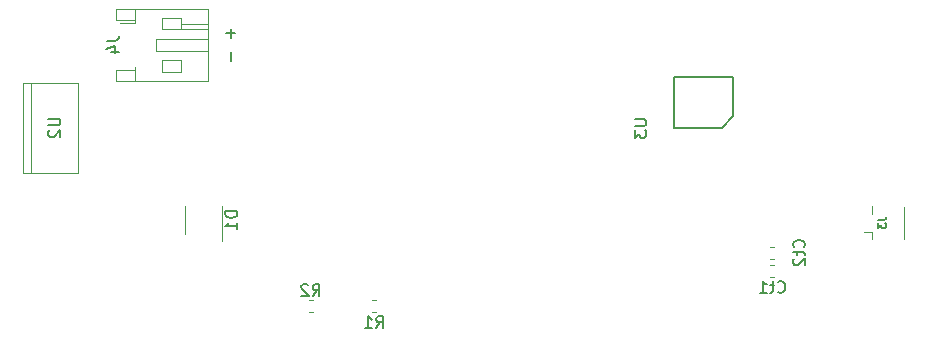
<source format=gbo>
G04 #@! TF.GenerationSoftware,KiCad,Pcbnew,6.0.0-unknown-da645c5~86~ubuntu18.04.1*
G04 #@! TF.CreationDate,2019-07-12T17:15:13-04:00*
G04 #@! TF.ProjectId,Femtosat,46656d74-6f73-4617-942e-6b696361645f,rev?*
G04 #@! TF.SameCoordinates,Original*
G04 #@! TF.FileFunction,Legend,Bot*
G04 #@! TF.FilePolarity,Positive*
%FSLAX46Y46*%
G04 Gerber Fmt 4.6, Leading zero omitted, Abs format (unit mm)*
G04 Created by KiCad (PCBNEW 6.0.0-unknown-da645c5~86~ubuntu18.04.1) date 2019-07-12 17:15:13*
%MOMM*%
%LPD*%
G04 APERTURE LIST*
%ADD10C,0.150000*%
%ADD11C,0.120000*%
G04 APERTURE END LIST*
D10*
X102271428Y-44419047D02*
X102271428Y-45180952D01*
X102271428Y-42419047D02*
X102271428Y-43180952D01*
X102652380Y-42800000D02*
X101890476Y-42800000D01*
D11*
X159285000Y-60200000D02*
X159285000Y-57500000D01*
X156565000Y-59610000D02*
X155935000Y-59610000D01*
X156565000Y-57450000D02*
X156565000Y-58090000D01*
X156565000Y-60250000D02*
X156565000Y-59610000D01*
X101550000Y-57450000D02*
X101550000Y-60400000D01*
X98450000Y-59850000D02*
X98450000Y-57450000D01*
X109221267Y-66460000D02*
X108878733Y-66460000D01*
X109221267Y-65440000D02*
X108878733Y-65440000D01*
X114278733Y-65390000D02*
X114621267Y-65390000D01*
X114278733Y-66410000D02*
X114621267Y-66410000D01*
D10*
X139850000Y-46550000D02*
X139850000Y-50850000D01*
X144850000Y-46550000D02*
X139830480Y-46550000D01*
X144850000Y-49850000D02*
X144850000Y-46550000D01*
X139850000Y-50850000D02*
X143850000Y-50850000D01*
X144850000Y-49850000D02*
X143850000Y-50850000D01*
D11*
X89380000Y-54610000D02*
X89380000Y-46990000D01*
X89380000Y-46990000D02*
X84680000Y-46990000D01*
X84680000Y-46990000D02*
X84680000Y-54610000D01*
X84680000Y-54610000D02*
X89380000Y-54610000D01*
X85380000Y-46990000D02*
X85380000Y-54610000D01*
X94140000Y-41940000D02*
X94140000Y-41660000D01*
X94140000Y-41660000D02*
X92540000Y-41660000D01*
X92540000Y-41660000D02*
X92540000Y-40740000D01*
X92540000Y-40740000D02*
X100360000Y-40740000D01*
X100360000Y-40740000D02*
X100360000Y-46860000D01*
X100360000Y-46860000D02*
X92540000Y-46860000D01*
X92540000Y-46860000D02*
X92540000Y-45940000D01*
X92540000Y-45940000D02*
X94140000Y-45940000D01*
X94140000Y-45940000D02*
X94140000Y-45660000D01*
X100360000Y-43300000D02*
X96000000Y-43300000D01*
X96000000Y-43300000D02*
X96000000Y-44300000D01*
X96000000Y-44300000D02*
X100360000Y-44300000D01*
X94140000Y-40740000D02*
X94140000Y-41660000D01*
X94140000Y-46860000D02*
X94140000Y-45940000D01*
X96500000Y-41500000D02*
X98100000Y-41500000D01*
X98100000Y-41500000D02*
X98100000Y-42500000D01*
X98100000Y-42500000D02*
X96500000Y-42500000D01*
X96500000Y-42500000D02*
X96500000Y-41500000D01*
X96500000Y-46100000D02*
X98100000Y-46100000D01*
X98100000Y-46100000D02*
X98100000Y-45100000D01*
X98100000Y-45100000D02*
X96500000Y-45100000D01*
X96500000Y-45100000D02*
X96500000Y-46100000D01*
X98100000Y-42500000D02*
X100360000Y-42500000D01*
X98100000Y-42000000D02*
X100360000Y-42000000D01*
X94140000Y-41940000D02*
X92925000Y-41940000D01*
X148321267Y-60890000D02*
X147978733Y-60890000D01*
X148321267Y-61910000D02*
X147978733Y-61910000D01*
X148321267Y-62440000D02*
X147978733Y-62440000D01*
X148321267Y-63460000D02*
X147978733Y-63460000D01*
D10*
X157066666Y-58616666D02*
X157566666Y-58616666D01*
X157666666Y-58583333D01*
X157733333Y-58516666D01*
X157766666Y-58416666D01*
X157766666Y-58350000D01*
X157066666Y-58883333D02*
X157066666Y-59316666D01*
X157333333Y-59083333D01*
X157333333Y-59183333D01*
X157366666Y-59250000D01*
X157400000Y-59283333D01*
X157466666Y-59316666D01*
X157633333Y-59316666D01*
X157700000Y-59283333D01*
X157733333Y-59250000D01*
X157766666Y-59183333D01*
X157766666Y-58983333D01*
X157733333Y-58916666D01*
X157700000Y-58883333D01*
X102832380Y-57891904D02*
X101832380Y-57891904D01*
X101832380Y-58130000D01*
X101880000Y-58272857D01*
X101975238Y-58368095D01*
X102070476Y-58415714D01*
X102260952Y-58463333D01*
X102403809Y-58463333D01*
X102594285Y-58415714D01*
X102689523Y-58368095D01*
X102784761Y-58272857D01*
X102832380Y-58130000D01*
X102832380Y-57891904D01*
X102832380Y-59415714D02*
X102832380Y-58844285D01*
X102832380Y-59130000D02*
X101832380Y-59130000D01*
X101975238Y-59034761D01*
X102070476Y-58939523D01*
X102118095Y-58844285D01*
X109216666Y-65052380D02*
X109550000Y-64576190D01*
X109788095Y-65052380D02*
X109788095Y-64052380D01*
X109407142Y-64052380D01*
X109311904Y-64100000D01*
X109264285Y-64147619D01*
X109216666Y-64242857D01*
X109216666Y-64385714D01*
X109264285Y-64480952D01*
X109311904Y-64528571D01*
X109407142Y-64576190D01*
X109788095Y-64576190D01*
X108835714Y-64147619D02*
X108788095Y-64100000D01*
X108692857Y-64052380D01*
X108454761Y-64052380D01*
X108359523Y-64100000D01*
X108311904Y-64147619D01*
X108264285Y-64242857D01*
X108264285Y-64338095D01*
X108311904Y-64480952D01*
X108883333Y-65052380D01*
X108264285Y-65052380D01*
X114616666Y-67782380D02*
X114950000Y-67306190D01*
X115188095Y-67782380D02*
X115188095Y-66782380D01*
X114807142Y-66782380D01*
X114711904Y-66830000D01*
X114664285Y-66877619D01*
X114616666Y-66972857D01*
X114616666Y-67115714D01*
X114664285Y-67210952D01*
X114711904Y-67258571D01*
X114807142Y-67306190D01*
X115188095Y-67306190D01*
X113664285Y-67782380D02*
X114235714Y-67782380D01*
X113950000Y-67782380D02*
X113950000Y-66782380D01*
X114045238Y-66925238D01*
X114140476Y-67020476D01*
X114235714Y-67068095D01*
X136473620Y-50085555D02*
X137283144Y-50085555D01*
X137378382Y-50133174D01*
X137426001Y-50180793D01*
X137473620Y-50276031D01*
X137473620Y-50466507D01*
X137426001Y-50561745D01*
X137378382Y-50609364D01*
X137283144Y-50656983D01*
X136473620Y-50656983D01*
X136473620Y-51037936D02*
X136473620Y-51656983D01*
X136854573Y-51323650D01*
X136854573Y-51466507D01*
X136902192Y-51561745D01*
X136949811Y-51609364D01*
X137045049Y-51656983D01*
X137283144Y-51656983D01*
X137378382Y-51609364D01*
X137426001Y-51561745D01*
X137473620Y-51466507D01*
X137473620Y-51180793D01*
X137426001Y-51085555D01*
X137378382Y-51037936D01*
X86852380Y-50038095D02*
X87661904Y-50038095D01*
X87757142Y-50085714D01*
X87804761Y-50133333D01*
X87852380Y-50228571D01*
X87852380Y-50419047D01*
X87804761Y-50514285D01*
X87757142Y-50561904D01*
X87661904Y-50609523D01*
X86852380Y-50609523D01*
X86947619Y-51038095D02*
X86900000Y-51085714D01*
X86852380Y-51180952D01*
X86852380Y-51419047D01*
X86900000Y-51514285D01*
X86947619Y-51561904D01*
X87042857Y-51609523D01*
X87138095Y-51609523D01*
X87280952Y-51561904D01*
X87852380Y-50990476D01*
X87852380Y-51609523D01*
X91802380Y-43466666D02*
X92516666Y-43466666D01*
X92659523Y-43419047D01*
X92754761Y-43323809D01*
X92802380Y-43180952D01*
X92802380Y-43085714D01*
X92135714Y-44371428D02*
X92802380Y-44371428D01*
X91754761Y-44133333D02*
X92469047Y-43895238D01*
X92469047Y-44514285D01*
X150807142Y-60947619D02*
X150854761Y-60900000D01*
X150902380Y-60757142D01*
X150902380Y-60661904D01*
X150854761Y-60519047D01*
X150759523Y-60423809D01*
X150664285Y-60376190D01*
X150473809Y-60328571D01*
X150330952Y-60328571D01*
X150140476Y-60376190D01*
X150045238Y-60423809D01*
X149950000Y-60519047D01*
X149902380Y-60661904D01*
X149902380Y-60757142D01*
X149950000Y-60900000D01*
X149997619Y-60947619D01*
X150235714Y-61233333D02*
X150235714Y-61614285D01*
X149902380Y-61376190D02*
X150759523Y-61376190D01*
X150854761Y-61423809D01*
X150902380Y-61519047D01*
X150902380Y-61614285D01*
X149997619Y-61900000D02*
X149950000Y-61947619D01*
X149902380Y-62042857D01*
X149902380Y-62280952D01*
X149950000Y-62376190D01*
X149997619Y-62423809D01*
X150092857Y-62471428D01*
X150188095Y-62471428D01*
X150330952Y-62423809D01*
X150902380Y-61852380D01*
X150902380Y-62471428D01*
X148602380Y-64707142D02*
X148650000Y-64754761D01*
X148792857Y-64802380D01*
X148888095Y-64802380D01*
X149030952Y-64754761D01*
X149126190Y-64659523D01*
X149173809Y-64564285D01*
X149221428Y-64373809D01*
X149221428Y-64230952D01*
X149173809Y-64040476D01*
X149126190Y-63945238D01*
X149030952Y-63850000D01*
X148888095Y-63802380D01*
X148792857Y-63802380D01*
X148650000Y-63850000D01*
X148602380Y-63897619D01*
X148316666Y-64135714D02*
X147935714Y-64135714D01*
X148173809Y-63802380D02*
X148173809Y-64659523D01*
X148126190Y-64754761D01*
X148030952Y-64802380D01*
X147935714Y-64802380D01*
X147078571Y-64802380D02*
X147650000Y-64802380D01*
X147364285Y-64802380D02*
X147364285Y-63802380D01*
X147459523Y-63945238D01*
X147554761Y-64040476D01*
X147650000Y-64088095D01*
M02*

</source>
